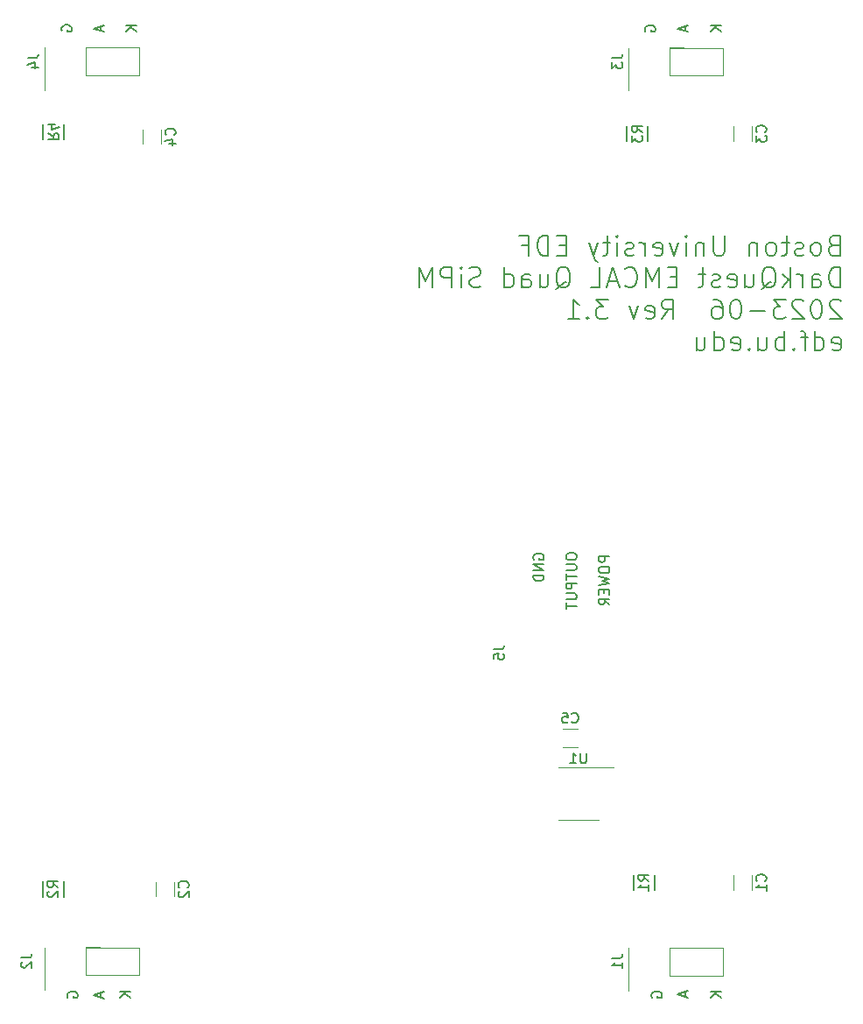
<source format=gbr>
%TF.GenerationSoftware,KiCad,Pcbnew,7.0.5-0*%
%TF.CreationDate,2023-06-12T12:21:11-04:00*%
%TF.ProjectId,quad_sipm,71756164-5f73-4697-906d-2e6b69636164,rev?*%
%TF.SameCoordinates,Original*%
%TF.FileFunction,Legend,Bot*%
%TF.FilePolarity,Positive*%
%FSLAX46Y46*%
G04 Gerber Fmt 4.6, Leading zero omitted, Abs format (unit mm)*
G04 Created by KiCad (PCBNEW 7.0.5-0) date 2023-06-12 12:21:11*
%MOMM*%
%LPD*%
G01*
G04 APERTURE LIST*
%ADD10C,0.150000*%
%ADD11C,0.203200*%
%ADD12C,0.120000*%
%ADD13C,0.152400*%
G04 APERTURE END LIST*
D10*
X124597438Y-53601904D02*
X124549819Y-53506666D01*
X124549819Y-53506666D02*
X124549819Y-53363809D01*
X124549819Y-53363809D02*
X124597438Y-53220952D01*
X124597438Y-53220952D02*
X124692676Y-53125714D01*
X124692676Y-53125714D02*
X124787914Y-53078095D01*
X124787914Y-53078095D02*
X124978390Y-53030476D01*
X124978390Y-53030476D02*
X125121247Y-53030476D01*
X125121247Y-53030476D02*
X125311723Y-53078095D01*
X125311723Y-53078095D02*
X125406961Y-53125714D01*
X125406961Y-53125714D02*
X125502200Y-53220952D01*
X125502200Y-53220952D02*
X125549819Y-53363809D01*
X125549819Y-53363809D02*
X125549819Y-53459047D01*
X125549819Y-53459047D02*
X125502200Y-53601904D01*
X125502200Y-53601904D02*
X125454580Y-53649523D01*
X125454580Y-53649523D02*
X125121247Y-53649523D01*
X125121247Y-53649523D02*
X125121247Y-53459047D01*
X131899819Y-53078095D02*
X130899819Y-53078095D01*
X131899819Y-53649523D02*
X131328390Y-53220952D01*
X130899819Y-53649523D02*
X131471247Y-53078095D01*
X128439104Y-53101905D02*
X128439104Y-53578095D01*
X128724819Y-53006667D02*
X127724819Y-53340000D01*
X127724819Y-53340000D02*
X128724819Y-53673333D01*
X68717438Y-146983220D02*
X68669819Y-146887982D01*
X68669819Y-146887982D02*
X68669819Y-146745125D01*
X68669819Y-146745125D02*
X68717438Y-146602268D01*
X68717438Y-146602268D02*
X68812676Y-146507030D01*
X68812676Y-146507030D02*
X68907914Y-146459411D01*
X68907914Y-146459411D02*
X69098390Y-146411792D01*
X69098390Y-146411792D02*
X69241247Y-146411792D01*
X69241247Y-146411792D02*
X69431723Y-146459411D01*
X69431723Y-146459411D02*
X69526961Y-146507030D01*
X69526961Y-146507030D02*
X69622200Y-146602268D01*
X69622200Y-146602268D02*
X69669819Y-146745125D01*
X69669819Y-146745125D02*
X69669819Y-146840363D01*
X69669819Y-146840363D02*
X69622200Y-146983220D01*
X69622200Y-146983220D02*
X69574580Y-147030839D01*
X69574580Y-147030839D02*
X69241247Y-147030839D01*
X69241247Y-147030839D02*
X69241247Y-146840363D01*
X71924104Y-146554649D02*
X71924104Y-147030839D01*
X72209819Y-146459411D02*
X71209819Y-146792744D01*
X71209819Y-146792744D02*
X72209819Y-147126077D01*
X75384819Y-53078095D02*
X74384819Y-53078095D01*
X75384819Y-53649523D02*
X74813390Y-53220952D01*
X74384819Y-53649523D02*
X74956247Y-53078095D01*
X116929819Y-104275238D02*
X116929819Y-104465714D01*
X116929819Y-104465714D02*
X116977438Y-104560952D01*
X116977438Y-104560952D02*
X117072676Y-104656190D01*
X117072676Y-104656190D02*
X117263152Y-104703809D01*
X117263152Y-104703809D02*
X117596485Y-104703809D01*
X117596485Y-104703809D02*
X117786961Y-104656190D01*
X117786961Y-104656190D02*
X117882200Y-104560952D01*
X117882200Y-104560952D02*
X117929819Y-104465714D01*
X117929819Y-104465714D02*
X117929819Y-104275238D01*
X117929819Y-104275238D02*
X117882200Y-104180000D01*
X117882200Y-104180000D02*
X117786961Y-104084762D01*
X117786961Y-104084762D02*
X117596485Y-104037143D01*
X117596485Y-104037143D02*
X117263152Y-104037143D01*
X117263152Y-104037143D02*
X117072676Y-104084762D01*
X117072676Y-104084762D02*
X116977438Y-104180000D01*
X116977438Y-104180000D02*
X116929819Y-104275238D01*
X116929819Y-105132381D02*
X117739342Y-105132381D01*
X117739342Y-105132381D02*
X117834580Y-105180000D01*
X117834580Y-105180000D02*
X117882200Y-105227619D01*
X117882200Y-105227619D02*
X117929819Y-105322857D01*
X117929819Y-105322857D02*
X117929819Y-105513333D01*
X117929819Y-105513333D02*
X117882200Y-105608571D01*
X117882200Y-105608571D02*
X117834580Y-105656190D01*
X117834580Y-105656190D02*
X117739342Y-105703809D01*
X117739342Y-105703809D02*
X116929819Y-105703809D01*
X116929819Y-106037143D02*
X116929819Y-106608571D01*
X117929819Y-106322857D02*
X116929819Y-106322857D01*
X117929819Y-106941905D02*
X116929819Y-106941905D01*
X116929819Y-106941905D02*
X116929819Y-107322857D01*
X116929819Y-107322857D02*
X116977438Y-107418095D01*
X116977438Y-107418095D02*
X117025057Y-107465714D01*
X117025057Y-107465714D02*
X117120295Y-107513333D01*
X117120295Y-107513333D02*
X117263152Y-107513333D01*
X117263152Y-107513333D02*
X117358390Y-107465714D01*
X117358390Y-107465714D02*
X117406009Y-107418095D01*
X117406009Y-107418095D02*
X117453628Y-107322857D01*
X117453628Y-107322857D02*
X117453628Y-106941905D01*
X116929819Y-107941905D02*
X117739342Y-107941905D01*
X117739342Y-107941905D02*
X117834580Y-107989524D01*
X117834580Y-107989524D02*
X117882200Y-108037143D01*
X117882200Y-108037143D02*
X117929819Y-108132381D01*
X117929819Y-108132381D02*
X117929819Y-108322857D01*
X117929819Y-108322857D02*
X117882200Y-108418095D01*
X117882200Y-108418095D02*
X117834580Y-108465714D01*
X117834580Y-108465714D02*
X117739342Y-108513333D01*
X117739342Y-108513333D02*
X116929819Y-108513333D01*
X116929819Y-108846667D02*
X116929819Y-109418095D01*
X117929819Y-109132381D02*
X116929819Y-109132381D01*
X71924104Y-53101905D02*
X71924104Y-53578095D01*
X72209819Y-53006667D02*
X71209819Y-53340000D01*
X71209819Y-53340000D02*
X72209819Y-53673333D01*
X74749819Y-146423095D02*
X73749819Y-146423095D01*
X74749819Y-146994523D02*
X74178390Y-146565952D01*
X73749819Y-146994523D02*
X74321247Y-146423095D01*
X128439104Y-146446905D02*
X128439104Y-146923095D01*
X128724819Y-146351667D02*
X127724819Y-146685000D01*
X127724819Y-146685000D02*
X128724819Y-147018333D01*
X125232438Y-146983220D02*
X125184819Y-146887982D01*
X125184819Y-146887982D02*
X125184819Y-146745125D01*
X125184819Y-146745125D02*
X125232438Y-146602268D01*
X125232438Y-146602268D02*
X125327676Y-146507030D01*
X125327676Y-146507030D02*
X125422914Y-146459411D01*
X125422914Y-146459411D02*
X125613390Y-146411792D01*
X125613390Y-146411792D02*
X125756247Y-146411792D01*
X125756247Y-146411792D02*
X125946723Y-146459411D01*
X125946723Y-146459411D02*
X126041961Y-146507030D01*
X126041961Y-146507030D02*
X126137200Y-146602268D01*
X126137200Y-146602268D02*
X126184819Y-146745125D01*
X126184819Y-146745125D02*
X126184819Y-146840363D01*
X126184819Y-146840363D02*
X126137200Y-146983220D01*
X126137200Y-146983220D02*
X126089580Y-147030839D01*
X126089580Y-147030839D02*
X125756247Y-147030839D01*
X125756247Y-147030839D02*
X125756247Y-146840363D01*
X121104819Y-104370476D02*
X120104819Y-104370476D01*
X120104819Y-104370476D02*
X120104819Y-104751428D01*
X120104819Y-104751428D02*
X120152438Y-104846666D01*
X120152438Y-104846666D02*
X120200057Y-104894285D01*
X120200057Y-104894285D02*
X120295295Y-104941904D01*
X120295295Y-104941904D02*
X120438152Y-104941904D01*
X120438152Y-104941904D02*
X120533390Y-104894285D01*
X120533390Y-104894285D02*
X120581009Y-104846666D01*
X120581009Y-104846666D02*
X120628628Y-104751428D01*
X120628628Y-104751428D02*
X120628628Y-104370476D01*
X120104819Y-105560952D02*
X120104819Y-105751428D01*
X120104819Y-105751428D02*
X120152438Y-105846666D01*
X120152438Y-105846666D02*
X120247676Y-105941904D01*
X120247676Y-105941904D02*
X120438152Y-105989523D01*
X120438152Y-105989523D02*
X120771485Y-105989523D01*
X120771485Y-105989523D02*
X120961961Y-105941904D01*
X120961961Y-105941904D02*
X121057200Y-105846666D01*
X121057200Y-105846666D02*
X121104819Y-105751428D01*
X121104819Y-105751428D02*
X121104819Y-105560952D01*
X121104819Y-105560952D02*
X121057200Y-105465714D01*
X121057200Y-105465714D02*
X120961961Y-105370476D01*
X120961961Y-105370476D02*
X120771485Y-105322857D01*
X120771485Y-105322857D02*
X120438152Y-105322857D01*
X120438152Y-105322857D02*
X120247676Y-105370476D01*
X120247676Y-105370476D02*
X120152438Y-105465714D01*
X120152438Y-105465714D02*
X120104819Y-105560952D01*
X120104819Y-106322857D02*
X121104819Y-106560952D01*
X121104819Y-106560952D02*
X120390533Y-106751428D01*
X120390533Y-106751428D02*
X121104819Y-106941904D01*
X121104819Y-106941904D02*
X120104819Y-107180000D01*
X120581009Y-107560952D02*
X120581009Y-107894285D01*
X121104819Y-108037142D02*
X121104819Y-107560952D01*
X121104819Y-107560952D02*
X120104819Y-107560952D01*
X120104819Y-107560952D02*
X120104819Y-108037142D01*
X121104819Y-109037142D02*
X120628628Y-108703809D01*
X121104819Y-108465714D02*
X120104819Y-108465714D01*
X120104819Y-108465714D02*
X120104819Y-108846666D01*
X120104819Y-108846666D02*
X120152438Y-108941904D01*
X120152438Y-108941904D02*
X120200057Y-108989523D01*
X120200057Y-108989523D02*
X120295295Y-109037142D01*
X120295295Y-109037142D02*
X120438152Y-109037142D01*
X120438152Y-109037142D02*
X120533390Y-108989523D01*
X120533390Y-108989523D02*
X120581009Y-108941904D01*
X120581009Y-108941904D02*
X120628628Y-108846666D01*
X120628628Y-108846666D02*
X120628628Y-108465714D01*
X131899819Y-146423095D02*
X130899819Y-146423095D01*
X131899819Y-146994523D02*
X131328390Y-146565952D01*
X130899819Y-146994523D02*
X131471247Y-146423095D01*
D11*
X142777744Y-74272290D02*
X142505601Y-74363004D01*
X142505601Y-74363004D02*
X142414887Y-74453718D01*
X142414887Y-74453718D02*
X142324173Y-74635147D01*
X142324173Y-74635147D02*
X142324173Y-74907290D01*
X142324173Y-74907290D02*
X142414887Y-75088718D01*
X142414887Y-75088718D02*
X142505601Y-75179433D01*
X142505601Y-75179433D02*
X142687030Y-75270147D01*
X142687030Y-75270147D02*
X143412744Y-75270147D01*
X143412744Y-75270147D02*
X143412744Y-73365147D01*
X143412744Y-73365147D02*
X142777744Y-73365147D01*
X142777744Y-73365147D02*
X142596316Y-73455861D01*
X142596316Y-73455861D02*
X142505601Y-73546575D01*
X142505601Y-73546575D02*
X142414887Y-73728004D01*
X142414887Y-73728004D02*
X142414887Y-73909433D01*
X142414887Y-73909433D02*
X142505601Y-74090861D01*
X142505601Y-74090861D02*
X142596316Y-74181575D01*
X142596316Y-74181575D02*
X142777744Y-74272290D01*
X142777744Y-74272290D02*
X143412744Y-74272290D01*
X141235601Y-75270147D02*
X141417030Y-75179433D01*
X141417030Y-75179433D02*
X141507744Y-75088718D01*
X141507744Y-75088718D02*
X141598458Y-74907290D01*
X141598458Y-74907290D02*
X141598458Y-74363004D01*
X141598458Y-74363004D02*
X141507744Y-74181575D01*
X141507744Y-74181575D02*
X141417030Y-74090861D01*
X141417030Y-74090861D02*
X141235601Y-74000147D01*
X141235601Y-74000147D02*
X140963458Y-74000147D01*
X140963458Y-74000147D02*
X140782030Y-74090861D01*
X140782030Y-74090861D02*
X140691316Y-74181575D01*
X140691316Y-74181575D02*
X140600601Y-74363004D01*
X140600601Y-74363004D02*
X140600601Y-74907290D01*
X140600601Y-74907290D02*
X140691316Y-75088718D01*
X140691316Y-75088718D02*
X140782030Y-75179433D01*
X140782030Y-75179433D02*
X140963458Y-75270147D01*
X140963458Y-75270147D02*
X141235601Y-75270147D01*
X139874887Y-75179433D02*
X139693459Y-75270147D01*
X139693459Y-75270147D02*
X139330602Y-75270147D01*
X139330602Y-75270147D02*
X139149173Y-75179433D01*
X139149173Y-75179433D02*
X139058459Y-74998004D01*
X139058459Y-74998004D02*
X139058459Y-74907290D01*
X139058459Y-74907290D02*
X139149173Y-74725861D01*
X139149173Y-74725861D02*
X139330602Y-74635147D01*
X139330602Y-74635147D02*
X139602745Y-74635147D01*
X139602745Y-74635147D02*
X139784173Y-74544433D01*
X139784173Y-74544433D02*
X139874887Y-74363004D01*
X139874887Y-74363004D02*
X139874887Y-74272290D01*
X139874887Y-74272290D02*
X139784173Y-74090861D01*
X139784173Y-74090861D02*
X139602745Y-74000147D01*
X139602745Y-74000147D02*
X139330602Y-74000147D01*
X139330602Y-74000147D02*
X139149173Y-74090861D01*
X138514173Y-74000147D02*
X137788459Y-74000147D01*
X138242030Y-73365147D02*
X138242030Y-74998004D01*
X138242030Y-74998004D02*
X138151316Y-75179433D01*
X138151316Y-75179433D02*
X137969887Y-75270147D01*
X137969887Y-75270147D02*
X137788459Y-75270147D01*
X136881316Y-75270147D02*
X137062745Y-75179433D01*
X137062745Y-75179433D02*
X137153459Y-75088718D01*
X137153459Y-75088718D02*
X137244173Y-74907290D01*
X137244173Y-74907290D02*
X137244173Y-74363004D01*
X137244173Y-74363004D02*
X137153459Y-74181575D01*
X137153459Y-74181575D02*
X137062745Y-74090861D01*
X137062745Y-74090861D02*
X136881316Y-74000147D01*
X136881316Y-74000147D02*
X136609173Y-74000147D01*
X136609173Y-74000147D02*
X136427745Y-74090861D01*
X136427745Y-74090861D02*
X136337031Y-74181575D01*
X136337031Y-74181575D02*
X136246316Y-74363004D01*
X136246316Y-74363004D02*
X136246316Y-74907290D01*
X136246316Y-74907290D02*
X136337031Y-75088718D01*
X136337031Y-75088718D02*
X136427745Y-75179433D01*
X136427745Y-75179433D02*
X136609173Y-75270147D01*
X136609173Y-75270147D02*
X136881316Y-75270147D01*
X135429888Y-74000147D02*
X135429888Y-75270147D01*
X135429888Y-74181575D02*
X135339174Y-74090861D01*
X135339174Y-74090861D02*
X135157745Y-74000147D01*
X135157745Y-74000147D02*
X134885602Y-74000147D01*
X134885602Y-74000147D02*
X134704174Y-74090861D01*
X134704174Y-74090861D02*
X134613460Y-74272290D01*
X134613460Y-74272290D02*
X134613460Y-75270147D01*
X132254888Y-73365147D02*
X132254888Y-74907290D01*
X132254888Y-74907290D02*
X132164174Y-75088718D01*
X132164174Y-75088718D02*
X132073460Y-75179433D01*
X132073460Y-75179433D02*
X131892031Y-75270147D01*
X131892031Y-75270147D02*
X131529174Y-75270147D01*
X131529174Y-75270147D02*
X131347745Y-75179433D01*
X131347745Y-75179433D02*
X131257031Y-75088718D01*
X131257031Y-75088718D02*
X131166317Y-74907290D01*
X131166317Y-74907290D02*
X131166317Y-73365147D01*
X130259174Y-74000147D02*
X130259174Y-75270147D01*
X130259174Y-74181575D02*
X130168460Y-74090861D01*
X130168460Y-74090861D02*
X129987031Y-74000147D01*
X129987031Y-74000147D02*
X129714888Y-74000147D01*
X129714888Y-74000147D02*
X129533460Y-74090861D01*
X129533460Y-74090861D02*
X129442746Y-74272290D01*
X129442746Y-74272290D02*
X129442746Y-75270147D01*
X128535603Y-75270147D02*
X128535603Y-74000147D01*
X128535603Y-73365147D02*
X128626317Y-73455861D01*
X128626317Y-73455861D02*
X128535603Y-73546575D01*
X128535603Y-73546575D02*
X128444889Y-73455861D01*
X128444889Y-73455861D02*
X128535603Y-73365147D01*
X128535603Y-73365147D02*
X128535603Y-73546575D01*
X127809889Y-74000147D02*
X127356317Y-75270147D01*
X127356317Y-75270147D02*
X126902746Y-74000147D01*
X125451317Y-75179433D02*
X125632745Y-75270147D01*
X125632745Y-75270147D02*
X125995603Y-75270147D01*
X125995603Y-75270147D02*
X126177031Y-75179433D01*
X126177031Y-75179433D02*
X126267745Y-74998004D01*
X126267745Y-74998004D02*
X126267745Y-74272290D01*
X126267745Y-74272290D02*
X126177031Y-74090861D01*
X126177031Y-74090861D02*
X125995603Y-74000147D01*
X125995603Y-74000147D02*
X125632745Y-74000147D01*
X125632745Y-74000147D02*
X125451317Y-74090861D01*
X125451317Y-74090861D02*
X125360603Y-74272290D01*
X125360603Y-74272290D02*
X125360603Y-74453718D01*
X125360603Y-74453718D02*
X126267745Y-74635147D01*
X124544174Y-75270147D02*
X124544174Y-74000147D01*
X124544174Y-74363004D02*
X124453460Y-74181575D01*
X124453460Y-74181575D02*
X124362746Y-74090861D01*
X124362746Y-74090861D02*
X124181317Y-74000147D01*
X124181317Y-74000147D02*
X123999888Y-74000147D01*
X123455602Y-75179433D02*
X123274174Y-75270147D01*
X123274174Y-75270147D02*
X122911317Y-75270147D01*
X122911317Y-75270147D02*
X122729888Y-75179433D01*
X122729888Y-75179433D02*
X122639174Y-74998004D01*
X122639174Y-74998004D02*
X122639174Y-74907290D01*
X122639174Y-74907290D02*
X122729888Y-74725861D01*
X122729888Y-74725861D02*
X122911317Y-74635147D01*
X122911317Y-74635147D02*
X123183460Y-74635147D01*
X123183460Y-74635147D02*
X123364888Y-74544433D01*
X123364888Y-74544433D02*
X123455602Y-74363004D01*
X123455602Y-74363004D02*
X123455602Y-74272290D01*
X123455602Y-74272290D02*
X123364888Y-74090861D01*
X123364888Y-74090861D02*
X123183460Y-74000147D01*
X123183460Y-74000147D02*
X122911317Y-74000147D01*
X122911317Y-74000147D02*
X122729888Y-74090861D01*
X121822745Y-75270147D02*
X121822745Y-74000147D01*
X121822745Y-73365147D02*
X121913459Y-73455861D01*
X121913459Y-73455861D02*
X121822745Y-73546575D01*
X121822745Y-73546575D02*
X121732031Y-73455861D01*
X121732031Y-73455861D02*
X121822745Y-73365147D01*
X121822745Y-73365147D02*
X121822745Y-73546575D01*
X121187745Y-74000147D02*
X120462031Y-74000147D01*
X120915602Y-73365147D02*
X120915602Y-74998004D01*
X120915602Y-74998004D02*
X120824888Y-75179433D01*
X120824888Y-75179433D02*
X120643459Y-75270147D01*
X120643459Y-75270147D02*
X120462031Y-75270147D01*
X120008460Y-74000147D02*
X119554888Y-75270147D01*
X119101317Y-74000147D02*
X119554888Y-75270147D01*
X119554888Y-75270147D02*
X119736317Y-75723718D01*
X119736317Y-75723718D02*
X119827031Y-75814433D01*
X119827031Y-75814433D02*
X120008460Y-75905147D01*
X116924173Y-74272290D02*
X116289173Y-74272290D01*
X116017030Y-75270147D02*
X116924173Y-75270147D01*
X116924173Y-75270147D02*
X116924173Y-73365147D01*
X116924173Y-73365147D02*
X116017030Y-73365147D01*
X115200602Y-75270147D02*
X115200602Y-73365147D01*
X115200602Y-73365147D02*
X114747031Y-73365147D01*
X114747031Y-73365147D02*
X114474888Y-73455861D01*
X114474888Y-73455861D02*
X114293459Y-73637290D01*
X114293459Y-73637290D02*
X114202745Y-73818718D01*
X114202745Y-73818718D02*
X114112031Y-74181575D01*
X114112031Y-74181575D02*
X114112031Y-74453718D01*
X114112031Y-74453718D02*
X114202745Y-74816575D01*
X114202745Y-74816575D02*
X114293459Y-74998004D01*
X114293459Y-74998004D02*
X114474888Y-75179433D01*
X114474888Y-75179433D02*
X114747031Y-75270147D01*
X114747031Y-75270147D02*
X115200602Y-75270147D01*
X112660602Y-74272290D02*
X113295602Y-74272290D01*
X113295602Y-75270147D02*
X113295602Y-73365147D01*
X113295602Y-73365147D02*
X112388459Y-73365147D01*
X143412744Y-78337197D02*
X143412744Y-76432197D01*
X143412744Y-76432197D02*
X142959173Y-76432197D01*
X142959173Y-76432197D02*
X142687030Y-76522911D01*
X142687030Y-76522911D02*
X142505601Y-76704340D01*
X142505601Y-76704340D02*
X142414887Y-76885768D01*
X142414887Y-76885768D02*
X142324173Y-77248625D01*
X142324173Y-77248625D02*
X142324173Y-77520768D01*
X142324173Y-77520768D02*
X142414887Y-77883625D01*
X142414887Y-77883625D02*
X142505601Y-78065054D01*
X142505601Y-78065054D02*
X142687030Y-78246483D01*
X142687030Y-78246483D02*
X142959173Y-78337197D01*
X142959173Y-78337197D02*
X143412744Y-78337197D01*
X140691316Y-78337197D02*
X140691316Y-77339340D01*
X140691316Y-77339340D02*
X140782030Y-77157911D01*
X140782030Y-77157911D02*
X140963458Y-77067197D01*
X140963458Y-77067197D02*
X141326316Y-77067197D01*
X141326316Y-77067197D02*
X141507744Y-77157911D01*
X140691316Y-78246483D02*
X140872744Y-78337197D01*
X140872744Y-78337197D02*
X141326316Y-78337197D01*
X141326316Y-78337197D02*
X141507744Y-78246483D01*
X141507744Y-78246483D02*
X141598458Y-78065054D01*
X141598458Y-78065054D02*
X141598458Y-77883625D01*
X141598458Y-77883625D02*
X141507744Y-77702197D01*
X141507744Y-77702197D02*
X141326316Y-77611483D01*
X141326316Y-77611483D02*
X140872744Y-77611483D01*
X140872744Y-77611483D02*
X140691316Y-77520768D01*
X139784173Y-78337197D02*
X139784173Y-77067197D01*
X139784173Y-77430054D02*
X139693459Y-77248625D01*
X139693459Y-77248625D02*
X139602745Y-77157911D01*
X139602745Y-77157911D02*
X139421316Y-77067197D01*
X139421316Y-77067197D02*
X139239887Y-77067197D01*
X138604887Y-78337197D02*
X138604887Y-76432197D01*
X138423459Y-77611483D02*
X137879173Y-78337197D01*
X137879173Y-77067197D02*
X138604887Y-77792911D01*
X135792744Y-78518625D02*
X135974173Y-78427911D01*
X135974173Y-78427911D02*
X136155601Y-78246483D01*
X136155601Y-78246483D02*
X136427744Y-77974340D01*
X136427744Y-77974340D02*
X136609173Y-77883625D01*
X136609173Y-77883625D02*
X136790601Y-77883625D01*
X136699887Y-78337197D02*
X136881316Y-78246483D01*
X136881316Y-78246483D02*
X137062744Y-78065054D01*
X137062744Y-78065054D02*
X137153458Y-77702197D01*
X137153458Y-77702197D02*
X137153458Y-77067197D01*
X137153458Y-77067197D02*
X137062744Y-76704340D01*
X137062744Y-76704340D02*
X136881316Y-76522911D01*
X136881316Y-76522911D02*
X136699887Y-76432197D01*
X136699887Y-76432197D02*
X136337030Y-76432197D01*
X136337030Y-76432197D02*
X136155601Y-76522911D01*
X136155601Y-76522911D02*
X135974173Y-76704340D01*
X135974173Y-76704340D02*
X135883458Y-77067197D01*
X135883458Y-77067197D02*
X135883458Y-77702197D01*
X135883458Y-77702197D02*
X135974173Y-78065054D01*
X135974173Y-78065054D02*
X136155601Y-78246483D01*
X136155601Y-78246483D02*
X136337030Y-78337197D01*
X136337030Y-78337197D02*
X136699887Y-78337197D01*
X134250602Y-77067197D02*
X134250602Y-78337197D01*
X135067030Y-77067197D02*
X135067030Y-78065054D01*
X135067030Y-78065054D02*
X134976316Y-78246483D01*
X134976316Y-78246483D02*
X134794887Y-78337197D01*
X134794887Y-78337197D02*
X134522744Y-78337197D01*
X134522744Y-78337197D02*
X134341316Y-78246483D01*
X134341316Y-78246483D02*
X134250602Y-78155768D01*
X132617745Y-78246483D02*
X132799173Y-78337197D01*
X132799173Y-78337197D02*
X133162031Y-78337197D01*
X133162031Y-78337197D02*
X133343459Y-78246483D01*
X133343459Y-78246483D02*
X133434173Y-78065054D01*
X133434173Y-78065054D02*
X133434173Y-77339340D01*
X133434173Y-77339340D02*
X133343459Y-77157911D01*
X133343459Y-77157911D02*
X133162031Y-77067197D01*
X133162031Y-77067197D02*
X132799173Y-77067197D01*
X132799173Y-77067197D02*
X132617745Y-77157911D01*
X132617745Y-77157911D02*
X132527031Y-77339340D01*
X132527031Y-77339340D02*
X132527031Y-77520768D01*
X132527031Y-77520768D02*
X133434173Y-77702197D01*
X131801316Y-78246483D02*
X131619888Y-78337197D01*
X131619888Y-78337197D02*
X131257031Y-78337197D01*
X131257031Y-78337197D02*
X131075602Y-78246483D01*
X131075602Y-78246483D02*
X130984888Y-78065054D01*
X130984888Y-78065054D02*
X130984888Y-77974340D01*
X130984888Y-77974340D02*
X131075602Y-77792911D01*
X131075602Y-77792911D02*
X131257031Y-77702197D01*
X131257031Y-77702197D02*
X131529174Y-77702197D01*
X131529174Y-77702197D02*
X131710602Y-77611483D01*
X131710602Y-77611483D02*
X131801316Y-77430054D01*
X131801316Y-77430054D02*
X131801316Y-77339340D01*
X131801316Y-77339340D02*
X131710602Y-77157911D01*
X131710602Y-77157911D02*
X131529174Y-77067197D01*
X131529174Y-77067197D02*
X131257031Y-77067197D01*
X131257031Y-77067197D02*
X131075602Y-77157911D01*
X130440602Y-77067197D02*
X129714888Y-77067197D01*
X130168459Y-76432197D02*
X130168459Y-78065054D01*
X130168459Y-78065054D02*
X130077745Y-78246483D01*
X130077745Y-78246483D02*
X129896316Y-78337197D01*
X129896316Y-78337197D02*
X129714888Y-78337197D01*
X127628459Y-77339340D02*
X126993459Y-77339340D01*
X126721316Y-78337197D02*
X127628459Y-78337197D01*
X127628459Y-78337197D02*
X127628459Y-76432197D01*
X127628459Y-76432197D02*
X126721316Y-76432197D01*
X125904888Y-78337197D02*
X125904888Y-76432197D01*
X125904888Y-76432197D02*
X125269888Y-77792911D01*
X125269888Y-77792911D02*
X124634888Y-76432197D01*
X124634888Y-76432197D02*
X124634888Y-78337197D01*
X122639174Y-78155768D02*
X122729888Y-78246483D01*
X122729888Y-78246483D02*
X123002031Y-78337197D01*
X123002031Y-78337197D02*
X123183459Y-78337197D01*
X123183459Y-78337197D02*
X123455602Y-78246483D01*
X123455602Y-78246483D02*
X123637031Y-78065054D01*
X123637031Y-78065054D02*
X123727745Y-77883625D01*
X123727745Y-77883625D02*
X123818459Y-77520768D01*
X123818459Y-77520768D02*
X123818459Y-77248625D01*
X123818459Y-77248625D02*
X123727745Y-76885768D01*
X123727745Y-76885768D02*
X123637031Y-76704340D01*
X123637031Y-76704340D02*
X123455602Y-76522911D01*
X123455602Y-76522911D02*
X123183459Y-76432197D01*
X123183459Y-76432197D02*
X123002031Y-76432197D01*
X123002031Y-76432197D02*
X122729888Y-76522911D01*
X122729888Y-76522911D02*
X122639174Y-76613625D01*
X121913459Y-77792911D02*
X121006317Y-77792911D01*
X122094888Y-78337197D02*
X121459888Y-76432197D01*
X121459888Y-76432197D02*
X120824888Y-78337197D01*
X119282745Y-78337197D02*
X120189888Y-78337197D01*
X120189888Y-78337197D02*
X120189888Y-76432197D01*
X115926316Y-78518625D02*
X116107745Y-78427911D01*
X116107745Y-78427911D02*
X116289173Y-78246483D01*
X116289173Y-78246483D02*
X116561316Y-77974340D01*
X116561316Y-77974340D02*
X116742745Y-77883625D01*
X116742745Y-77883625D02*
X116924173Y-77883625D01*
X116833459Y-78337197D02*
X117014888Y-78246483D01*
X117014888Y-78246483D02*
X117196316Y-78065054D01*
X117196316Y-78065054D02*
X117287030Y-77702197D01*
X117287030Y-77702197D02*
X117287030Y-77067197D01*
X117287030Y-77067197D02*
X117196316Y-76704340D01*
X117196316Y-76704340D02*
X117014888Y-76522911D01*
X117014888Y-76522911D02*
X116833459Y-76432197D01*
X116833459Y-76432197D02*
X116470602Y-76432197D01*
X116470602Y-76432197D02*
X116289173Y-76522911D01*
X116289173Y-76522911D02*
X116107745Y-76704340D01*
X116107745Y-76704340D02*
X116017030Y-77067197D01*
X116017030Y-77067197D02*
X116017030Y-77702197D01*
X116017030Y-77702197D02*
X116107745Y-78065054D01*
X116107745Y-78065054D02*
X116289173Y-78246483D01*
X116289173Y-78246483D02*
X116470602Y-78337197D01*
X116470602Y-78337197D02*
X116833459Y-78337197D01*
X114384174Y-77067197D02*
X114384174Y-78337197D01*
X115200602Y-77067197D02*
X115200602Y-78065054D01*
X115200602Y-78065054D02*
X115109888Y-78246483D01*
X115109888Y-78246483D02*
X114928459Y-78337197D01*
X114928459Y-78337197D02*
X114656316Y-78337197D01*
X114656316Y-78337197D02*
X114474888Y-78246483D01*
X114474888Y-78246483D02*
X114384174Y-78155768D01*
X112660603Y-78337197D02*
X112660603Y-77339340D01*
X112660603Y-77339340D02*
X112751317Y-77157911D01*
X112751317Y-77157911D02*
X112932745Y-77067197D01*
X112932745Y-77067197D02*
X113295603Y-77067197D01*
X113295603Y-77067197D02*
X113477031Y-77157911D01*
X112660603Y-78246483D02*
X112842031Y-78337197D01*
X112842031Y-78337197D02*
X113295603Y-78337197D01*
X113295603Y-78337197D02*
X113477031Y-78246483D01*
X113477031Y-78246483D02*
X113567745Y-78065054D01*
X113567745Y-78065054D02*
X113567745Y-77883625D01*
X113567745Y-77883625D02*
X113477031Y-77702197D01*
X113477031Y-77702197D02*
X113295603Y-77611483D01*
X113295603Y-77611483D02*
X112842031Y-77611483D01*
X112842031Y-77611483D02*
X112660603Y-77520768D01*
X110937032Y-78337197D02*
X110937032Y-76432197D01*
X110937032Y-78246483D02*
X111118460Y-78337197D01*
X111118460Y-78337197D02*
X111481317Y-78337197D01*
X111481317Y-78337197D02*
X111662746Y-78246483D01*
X111662746Y-78246483D02*
X111753460Y-78155768D01*
X111753460Y-78155768D02*
X111844174Y-77974340D01*
X111844174Y-77974340D02*
X111844174Y-77430054D01*
X111844174Y-77430054D02*
X111753460Y-77248625D01*
X111753460Y-77248625D02*
X111662746Y-77157911D01*
X111662746Y-77157911D02*
X111481317Y-77067197D01*
X111481317Y-77067197D02*
X111118460Y-77067197D01*
X111118460Y-77067197D02*
X110937032Y-77157911D01*
X108669174Y-78246483D02*
X108397032Y-78337197D01*
X108397032Y-78337197D02*
X107943460Y-78337197D01*
X107943460Y-78337197D02*
X107762032Y-78246483D01*
X107762032Y-78246483D02*
X107671317Y-78155768D01*
X107671317Y-78155768D02*
X107580603Y-77974340D01*
X107580603Y-77974340D02*
X107580603Y-77792911D01*
X107580603Y-77792911D02*
X107671317Y-77611483D01*
X107671317Y-77611483D02*
X107762032Y-77520768D01*
X107762032Y-77520768D02*
X107943460Y-77430054D01*
X107943460Y-77430054D02*
X108306317Y-77339340D01*
X108306317Y-77339340D02*
X108487746Y-77248625D01*
X108487746Y-77248625D02*
X108578460Y-77157911D01*
X108578460Y-77157911D02*
X108669174Y-76976483D01*
X108669174Y-76976483D02*
X108669174Y-76795054D01*
X108669174Y-76795054D02*
X108578460Y-76613625D01*
X108578460Y-76613625D02*
X108487746Y-76522911D01*
X108487746Y-76522911D02*
X108306317Y-76432197D01*
X108306317Y-76432197D02*
X107852746Y-76432197D01*
X107852746Y-76432197D02*
X107580603Y-76522911D01*
X106764174Y-78337197D02*
X106764174Y-77067197D01*
X106764174Y-76432197D02*
X106854888Y-76522911D01*
X106854888Y-76522911D02*
X106764174Y-76613625D01*
X106764174Y-76613625D02*
X106673460Y-76522911D01*
X106673460Y-76522911D02*
X106764174Y-76432197D01*
X106764174Y-76432197D02*
X106764174Y-76613625D01*
X105857031Y-78337197D02*
X105857031Y-76432197D01*
X105857031Y-76432197D02*
X105131317Y-76432197D01*
X105131317Y-76432197D02*
X104949888Y-76522911D01*
X104949888Y-76522911D02*
X104859174Y-76613625D01*
X104859174Y-76613625D02*
X104768460Y-76795054D01*
X104768460Y-76795054D02*
X104768460Y-77067197D01*
X104768460Y-77067197D02*
X104859174Y-77248625D01*
X104859174Y-77248625D02*
X104949888Y-77339340D01*
X104949888Y-77339340D02*
X105131317Y-77430054D01*
X105131317Y-77430054D02*
X105857031Y-77430054D01*
X103952031Y-78337197D02*
X103952031Y-76432197D01*
X103952031Y-76432197D02*
X103317031Y-77792911D01*
X103317031Y-77792911D02*
X102682031Y-76432197D01*
X102682031Y-76432197D02*
X102682031Y-78337197D01*
X143503458Y-79680675D02*
X143412744Y-79589961D01*
X143412744Y-79589961D02*
X143231316Y-79499247D01*
X143231316Y-79499247D02*
X142777744Y-79499247D01*
X142777744Y-79499247D02*
X142596316Y-79589961D01*
X142596316Y-79589961D02*
X142505601Y-79680675D01*
X142505601Y-79680675D02*
X142414887Y-79862104D01*
X142414887Y-79862104D02*
X142414887Y-80043533D01*
X142414887Y-80043533D02*
X142505601Y-80315675D01*
X142505601Y-80315675D02*
X143594173Y-81404247D01*
X143594173Y-81404247D02*
X142414887Y-81404247D01*
X141235601Y-79499247D02*
X141054172Y-79499247D01*
X141054172Y-79499247D02*
X140872744Y-79589961D01*
X140872744Y-79589961D02*
X140782030Y-79680675D01*
X140782030Y-79680675D02*
X140691315Y-79862104D01*
X140691315Y-79862104D02*
X140600601Y-80224961D01*
X140600601Y-80224961D02*
X140600601Y-80678533D01*
X140600601Y-80678533D02*
X140691315Y-81041390D01*
X140691315Y-81041390D02*
X140782030Y-81222818D01*
X140782030Y-81222818D02*
X140872744Y-81313533D01*
X140872744Y-81313533D02*
X141054172Y-81404247D01*
X141054172Y-81404247D02*
X141235601Y-81404247D01*
X141235601Y-81404247D02*
X141417030Y-81313533D01*
X141417030Y-81313533D02*
X141507744Y-81222818D01*
X141507744Y-81222818D02*
X141598458Y-81041390D01*
X141598458Y-81041390D02*
X141689172Y-80678533D01*
X141689172Y-80678533D02*
X141689172Y-80224961D01*
X141689172Y-80224961D02*
X141598458Y-79862104D01*
X141598458Y-79862104D02*
X141507744Y-79680675D01*
X141507744Y-79680675D02*
X141417030Y-79589961D01*
X141417030Y-79589961D02*
X141235601Y-79499247D01*
X139874886Y-79680675D02*
X139784172Y-79589961D01*
X139784172Y-79589961D02*
X139602744Y-79499247D01*
X139602744Y-79499247D02*
X139149172Y-79499247D01*
X139149172Y-79499247D02*
X138967744Y-79589961D01*
X138967744Y-79589961D02*
X138877029Y-79680675D01*
X138877029Y-79680675D02*
X138786315Y-79862104D01*
X138786315Y-79862104D02*
X138786315Y-80043533D01*
X138786315Y-80043533D02*
X138877029Y-80315675D01*
X138877029Y-80315675D02*
X139965601Y-81404247D01*
X139965601Y-81404247D02*
X138786315Y-81404247D01*
X138151315Y-79499247D02*
X136972029Y-79499247D01*
X136972029Y-79499247D02*
X137607029Y-80224961D01*
X137607029Y-80224961D02*
X137334886Y-80224961D01*
X137334886Y-80224961D02*
X137153458Y-80315675D01*
X137153458Y-80315675D02*
X137062743Y-80406390D01*
X137062743Y-80406390D02*
X136972029Y-80587818D01*
X136972029Y-80587818D02*
X136972029Y-81041390D01*
X136972029Y-81041390D02*
X137062743Y-81222818D01*
X137062743Y-81222818D02*
X137153458Y-81313533D01*
X137153458Y-81313533D02*
X137334886Y-81404247D01*
X137334886Y-81404247D02*
X137879172Y-81404247D01*
X137879172Y-81404247D02*
X138060600Y-81313533D01*
X138060600Y-81313533D02*
X138151315Y-81222818D01*
X136155600Y-80678533D02*
X134704172Y-80678533D01*
X133434172Y-79499247D02*
X133252743Y-79499247D01*
X133252743Y-79499247D02*
X133071315Y-79589961D01*
X133071315Y-79589961D02*
X132980601Y-79680675D01*
X132980601Y-79680675D02*
X132889886Y-79862104D01*
X132889886Y-79862104D02*
X132799172Y-80224961D01*
X132799172Y-80224961D02*
X132799172Y-80678533D01*
X132799172Y-80678533D02*
X132889886Y-81041390D01*
X132889886Y-81041390D02*
X132980601Y-81222818D01*
X132980601Y-81222818D02*
X133071315Y-81313533D01*
X133071315Y-81313533D02*
X133252743Y-81404247D01*
X133252743Y-81404247D02*
X133434172Y-81404247D01*
X133434172Y-81404247D02*
X133615601Y-81313533D01*
X133615601Y-81313533D02*
X133706315Y-81222818D01*
X133706315Y-81222818D02*
X133797029Y-81041390D01*
X133797029Y-81041390D02*
X133887743Y-80678533D01*
X133887743Y-80678533D02*
X133887743Y-80224961D01*
X133887743Y-80224961D02*
X133797029Y-79862104D01*
X133797029Y-79862104D02*
X133706315Y-79680675D01*
X133706315Y-79680675D02*
X133615601Y-79589961D01*
X133615601Y-79589961D02*
X133434172Y-79499247D01*
X131166315Y-79499247D02*
X131529172Y-79499247D01*
X131529172Y-79499247D02*
X131710600Y-79589961D01*
X131710600Y-79589961D02*
X131801315Y-79680675D01*
X131801315Y-79680675D02*
X131982743Y-79952818D01*
X131982743Y-79952818D02*
X132073457Y-80315675D01*
X132073457Y-80315675D02*
X132073457Y-81041390D01*
X132073457Y-81041390D02*
X131982743Y-81222818D01*
X131982743Y-81222818D02*
X131892029Y-81313533D01*
X131892029Y-81313533D02*
X131710600Y-81404247D01*
X131710600Y-81404247D02*
X131347743Y-81404247D01*
X131347743Y-81404247D02*
X131166315Y-81313533D01*
X131166315Y-81313533D02*
X131075600Y-81222818D01*
X131075600Y-81222818D02*
X130984886Y-81041390D01*
X130984886Y-81041390D02*
X130984886Y-80587818D01*
X130984886Y-80587818D02*
X131075600Y-80406390D01*
X131075600Y-80406390D02*
X131166315Y-80315675D01*
X131166315Y-80315675D02*
X131347743Y-80224961D01*
X131347743Y-80224961D02*
X131710600Y-80224961D01*
X131710600Y-80224961D02*
X131892029Y-80315675D01*
X131892029Y-80315675D02*
X131982743Y-80406390D01*
X131982743Y-80406390D02*
X132073457Y-80587818D01*
X126177028Y-81404247D02*
X126812028Y-80497104D01*
X127265599Y-81404247D02*
X127265599Y-79499247D01*
X127265599Y-79499247D02*
X126539885Y-79499247D01*
X126539885Y-79499247D02*
X126358456Y-79589961D01*
X126358456Y-79589961D02*
X126267742Y-79680675D01*
X126267742Y-79680675D02*
X126177028Y-79862104D01*
X126177028Y-79862104D02*
X126177028Y-80134247D01*
X126177028Y-80134247D02*
X126267742Y-80315675D01*
X126267742Y-80315675D02*
X126358456Y-80406390D01*
X126358456Y-80406390D02*
X126539885Y-80497104D01*
X126539885Y-80497104D02*
X127265599Y-80497104D01*
X124634885Y-81313533D02*
X124816313Y-81404247D01*
X124816313Y-81404247D02*
X125179171Y-81404247D01*
X125179171Y-81404247D02*
X125360599Y-81313533D01*
X125360599Y-81313533D02*
X125451313Y-81132104D01*
X125451313Y-81132104D02*
X125451313Y-80406390D01*
X125451313Y-80406390D02*
X125360599Y-80224961D01*
X125360599Y-80224961D02*
X125179171Y-80134247D01*
X125179171Y-80134247D02*
X124816313Y-80134247D01*
X124816313Y-80134247D02*
X124634885Y-80224961D01*
X124634885Y-80224961D02*
X124544171Y-80406390D01*
X124544171Y-80406390D02*
X124544171Y-80587818D01*
X124544171Y-80587818D02*
X125451313Y-80769247D01*
X123909171Y-80134247D02*
X123455599Y-81404247D01*
X123455599Y-81404247D02*
X123002028Y-80134247D01*
X121006313Y-79499247D02*
X119827027Y-79499247D01*
X119827027Y-79499247D02*
X120462027Y-80224961D01*
X120462027Y-80224961D02*
X120189884Y-80224961D01*
X120189884Y-80224961D02*
X120008456Y-80315675D01*
X120008456Y-80315675D02*
X119917741Y-80406390D01*
X119917741Y-80406390D02*
X119827027Y-80587818D01*
X119827027Y-80587818D02*
X119827027Y-81041390D01*
X119827027Y-81041390D02*
X119917741Y-81222818D01*
X119917741Y-81222818D02*
X120008456Y-81313533D01*
X120008456Y-81313533D02*
X120189884Y-81404247D01*
X120189884Y-81404247D02*
X120734170Y-81404247D01*
X120734170Y-81404247D02*
X120915598Y-81313533D01*
X120915598Y-81313533D02*
X121006313Y-81222818D01*
X119010598Y-81222818D02*
X118919884Y-81313533D01*
X118919884Y-81313533D02*
X119010598Y-81404247D01*
X119010598Y-81404247D02*
X119101312Y-81313533D01*
X119101312Y-81313533D02*
X119010598Y-81222818D01*
X119010598Y-81222818D02*
X119010598Y-81404247D01*
X117105598Y-81404247D02*
X118194169Y-81404247D01*
X117649884Y-81404247D02*
X117649884Y-79499247D01*
X117649884Y-79499247D02*
X117831312Y-79771390D01*
X117831312Y-79771390D02*
X118012741Y-79952818D01*
X118012741Y-79952818D02*
X118194169Y-80043533D01*
X142687030Y-84380583D02*
X142868458Y-84471297D01*
X142868458Y-84471297D02*
X143231316Y-84471297D01*
X143231316Y-84471297D02*
X143412744Y-84380583D01*
X143412744Y-84380583D02*
X143503458Y-84199154D01*
X143503458Y-84199154D02*
X143503458Y-83473440D01*
X143503458Y-83473440D02*
X143412744Y-83292011D01*
X143412744Y-83292011D02*
X143231316Y-83201297D01*
X143231316Y-83201297D02*
X142868458Y-83201297D01*
X142868458Y-83201297D02*
X142687030Y-83292011D01*
X142687030Y-83292011D02*
X142596316Y-83473440D01*
X142596316Y-83473440D02*
X142596316Y-83654868D01*
X142596316Y-83654868D02*
X143503458Y-83836297D01*
X140963459Y-84471297D02*
X140963459Y-82566297D01*
X140963459Y-84380583D02*
X141144887Y-84471297D01*
X141144887Y-84471297D02*
X141507744Y-84471297D01*
X141507744Y-84471297D02*
X141689173Y-84380583D01*
X141689173Y-84380583D02*
X141779887Y-84289868D01*
X141779887Y-84289868D02*
X141870601Y-84108440D01*
X141870601Y-84108440D02*
X141870601Y-83564154D01*
X141870601Y-83564154D02*
X141779887Y-83382725D01*
X141779887Y-83382725D02*
X141689173Y-83292011D01*
X141689173Y-83292011D02*
X141507744Y-83201297D01*
X141507744Y-83201297D02*
X141144887Y-83201297D01*
X141144887Y-83201297D02*
X140963459Y-83292011D01*
X140328459Y-83201297D02*
X139602745Y-83201297D01*
X140056316Y-84471297D02*
X140056316Y-82838440D01*
X140056316Y-82838440D02*
X139965602Y-82657011D01*
X139965602Y-82657011D02*
X139784173Y-82566297D01*
X139784173Y-82566297D02*
X139602745Y-82566297D01*
X138967745Y-84289868D02*
X138877031Y-84380583D01*
X138877031Y-84380583D02*
X138967745Y-84471297D01*
X138967745Y-84471297D02*
X139058459Y-84380583D01*
X139058459Y-84380583D02*
X138967745Y-84289868D01*
X138967745Y-84289868D02*
X138967745Y-84471297D01*
X138060602Y-84471297D02*
X138060602Y-82566297D01*
X138060602Y-83292011D02*
X137879174Y-83201297D01*
X137879174Y-83201297D02*
X137516316Y-83201297D01*
X137516316Y-83201297D02*
X137334888Y-83292011D01*
X137334888Y-83292011D02*
X137244174Y-83382725D01*
X137244174Y-83382725D02*
X137153459Y-83564154D01*
X137153459Y-83564154D02*
X137153459Y-84108440D01*
X137153459Y-84108440D02*
X137244174Y-84289868D01*
X137244174Y-84289868D02*
X137334888Y-84380583D01*
X137334888Y-84380583D02*
X137516316Y-84471297D01*
X137516316Y-84471297D02*
X137879174Y-84471297D01*
X137879174Y-84471297D02*
X138060602Y-84380583D01*
X135520603Y-83201297D02*
X135520603Y-84471297D01*
X136337031Y-83201297D02*
X136337031Y-84199154D01*
X136337031Y-84199154D02*
X136246317Y-84380583D01*
X136246317Y-84380583D02*
X136064888Y-84471297D01*
X136064888Y-84471297D02*
X135792745Y-84471297D01*
X135792745Y-84471297D02*
X135611317Y-84380583D01*
X135611317Y-84380583D02*
X135520603Y-84289868D01*
X134613460Y-84289868D02*
X134522746Y-84380583D01*
X134522746Y-84380583D02*
X134613460Y-84471297D01*
X134613460Y-84471297D02*
X134704174Y-84380583D01*
X134704174Y-84380583D02*
X134613460Y-84289868D01*
X134613460Y-84289868D02*
X134613460Y-84471297D01*
X132980603Y-84380583D02*
X133162031Y-84471297D01*
X133162031Y-84471297D02*
X133524889Y-84471297D01*
X133524889Y-84471297D02*
X133706317Y-84380583D01*
X133706317Y-84380583D02*
X133797031Y-84199154D01*
X133797031Y-84199154D02*
X133797031Y-83473440D01*
X133797031Y-83473440D02*
X133706317Y-83292011D01*
X133706317Y-83292011D02*
X133524889Y-83201297D01*
X133524889Y-83201297D02*
X133162031Y-83201297D01*
X133162031Y-83201297D02*
X132980603Y-83292011D01*
X132980603Y-83292011D02*
X132889889Y-83473440D01*
X132889889Y-83473440D02*
X132889889Y-83654868D01*
X132889889Y-83654868D02*
X133797031Y-83836297D01*
X131257032Y-84471297D02*
X131257032Y-82566297D01*
X131257032Y-84380583D02*
X131438460Y-84471297D01*
X131438460Y-84471297D02*
X131801317Y-84471297D01*
X131801317Y-84471297D02*
X131982746Y-84380583D01*
X131982746Y-84380583D02*
X132073460Y-84289868D01*
X132073460Y-84289868D02*
X132164174Y-84108440D01*
X132164174Y-84108440D02*
X132164174Y-83564154D01*
X132164174Y-83564154D02*
X132073460Y-83382725D01*
X132073460Y-83382725D02*
X131982746Y-83292011D01*
X131982746Y-83292011D02*
X131801317Y-83201297D01*
X131801317Y-83201297D02*
X131438460Y-83201297D01*
X131438460Y-83201297D02*
X131257032Y-83292011D01*
X129533461Y-83201297D02*
X129533461Y-84471297D01*
X130349889Y-83201297D02*
X130349889Y-84199154D01*
X130349889Y-84199154D02*
X130259175Y-84380583D01*
X130259175Y-84380583D02*
X130077746Y-84471297D01*
X130077746Y-84471297D02*
X129805603Y-84471297D01*
X129805603Y-84471297D02*
X129624175Y-84380583D01*
X129624175Y-84380583D02*
X129533461Y-84289868D01*
D10*
X113802438Y-104648095D02*
X113754819Y-104552857D01*
X113754819Y-104552857D02*
X113754819Y-104410000D01*
X113754819Y-104410000D02*
X113802438Y-104267143D01*
X113802438Y-104267143D02*
X113897676Y-104171905D01*
X113897676Y-104171905D02*
X113992914Y-104124286D01*
X113992914Y-104124286D02*
X114183390Y-104076667D01*
X114183390Y-104076667D02*
X114326247Y-104076667D01*
X114326247Y-104076667D02*
X114516723Y-104124286D01*
X114516723Y-104124286D02*
X114611961Y-104171905D01*
X114611961Y-104171905D02*
X114707200Y-104267143D01*
X114707200Y-104267143D02*
X114754819Y-104410000D01*
X114754819Y-104410000D02*
X114754819Y-104505238D01*
X114754819Y-104505238D02*
X114707200Y-104648095D01*
X114707200Y-104648095D02*
X114659580Y-104695714D01*
X114659580Y-104695714D02*
X114326247Y-104695714D01*
X114326247Y-104695714D02*
X114326247Y-104505238D01*
X114754819Y-105124286D02*
X113754819Y-105124286D01*
X113754819Y-105124286D02*
X114754819Y-105695714D01*
X114754819Y-105695714D02*
X113754819Y-105695714D01*
X114754819Y-106171905D02*
X113754819Y-106171905D01*
X113754819Y-106171905D02*
X113754819Y-106410000D01*
X113754819Y-106410000D02*
X113802438Y-106552857D01*
X113802438Y-106552857D02*
X113897676Y-106648095D01*
X113897676Y-106648095D02*
X113992914Y-106695714D01*
X113992914Y-106695714D02*
X114183390Y-106743333D01*
X114183390Y-106743333D02*
X114326247Y-106743333D01*
X114326247Y-106743333D02*
X114516723Y-106695714D01*
X114516723Y-106695714D02*
X114611961Y-106648095D01*
X114611961Y-106648095D02*
X114707200Y-106552857D01*
X114707200Y-106552857D02*
X114754819Y-106410000D01*
X114754819Y-106410000D02*
X114754819Y-106171905D01*
X68162438Y-53565588D02*
X68114819Y-53470350D01*
X68114819Y-53470350D02*
X68114819Y-53327493D01*
X68114819Y-53327493D02*
X68162438Y-53184636D01*
X68162438Y-53184636D02*
X68257676Y-53089398D01*
X68257676Y-53089398D02*
X68352914Y-53041779D01*
X68352914Y-53041779D02*
X68543390Y-52994160D01*
X68543390Y-52994160D02*
X68686247Y-52994160D01*
X68686247Y-52994160D02*
X68876723Y-53041779D01*
X68876723Y-53041779D02*
X68971961Y-53089398D01*
X68971961Y-53089398D02*
X69067200Y-53184636D01*
X69067200Y-53184636D02*
X69114819Y-53327493D01*
X69114819Y-53327493D02*
X69114819Y-53422731D01*
X69114819Y-53422731D02*
X69067200Y-53565588D01*
X69067200Y-53565588D02*
X69019580Y-53613207D01*
X69019580Y-53613207D02*
X68686247Y-53613207D01*
X68686247Y-53613207D02*
X68686247Y-53422731D01*
%TO.C,J5*%
X109914819Y-113341666D02*
X110629104Y-113341666D01*
X110629104Y-113341666D02*
X110771961Y-113294047D01*
X110771961Y-113294047D02*
X110867200Y-113198809D01*
X110867200Y-113198809D02*
X110914819Y-113055952D01*
X110914819Y-113055952D02*
X110914819Y-112960714D01*
X109914819Y-114294047D02*
X109914819Y-113817857D01*
X109914819Y-113817857D02*
X110391009Y-113770238D01*
X110391009Y-113770238D02*
X110343390Y-113817857D01*
X110343390Y-113817857D02*
X110295771Y-113913095D01*
X110295771Y-113913095D02*
X110295771Y-114151190D01*
X110295771Y-114151190D02*
X110343390Y-114246428D01*
X110343390Y-114246428D02*
X110391009Y-114294047D01*
X110391009Y-114294047D02*
X110486247Y-114341666D01*
X110486247Y-114341666D02*
X110724342Y-114341666D01*
X110724342Y-114341666D02*
X110819580Y-114294047D01*
X110819580Y-114294047D02*
X110867200Y-114246428D01*
X110867200Y-114246428D02*
X110914819Y-114151190D01*
X110914819Y-114151190D02*
X110914819Y-113913095D01*
X110914819Y-113913095D02*
X110867200Y-113817857D01*
X110867200Y-113817857D02*
X110819580Y-113770238D01*
%TO.C,J1*%
X121374819Y-143176666D02*
X122089104Y-143176666D01*
X122089104Y-143176666D02*
X122231961Y-143129047D01*
X122231961Y-143129047D02*
X122327200Y-143033809D01*
X122327200Y-143033809D02*
X122374819Y-142890952D01*
X122374819Y-142890952D02*
X122374819Y-142795714D01*
X122374819Y-144176666D02*
X122374819Y-143605238D01*
X122374819Y-143890952D02*
X121374819Y-143890952D01*
X121374819Y-143890952D02*
X121517676Y-143795714D01*
X121517676Y-143795714D02*
X121612914Y-143700476D01*
X121612914Y-143700476D02*
X121660533Y-143605238D01*
%TO.C,C4*%
X79044580Y-63625833D02*
X79092200Y-63578214D01*
X79092200Y-63578214D02*
X79139819Y-63435357D01*
X79139819Y-63435357D02*
X79139819Y-63340119D01*
X79139819Y-63340119D02*
X79092200Y-63197262D01*
X79092200Y-63197262D02*
X78996961Y-63102024D01*
X78996961Y-63102024D02*
X78901723Y-63054405D01*
X78901723Y-63054405D02*
X78711247Y-63006786D01*
X78711247Y-63006786D02*
X78568390Y-63006786D01*
X78568390Y-63006786D02*
X78377914Y-63054405D01*
X78377914Y-63054405D02*
X78282676Y-63102024D01*
X78282676Y-63102024D02*
X78187438Y-63197262D01*
X78187438Y-63197262D02*
X78139819Y-63340119D01*
X78139819Y-63340119D02*
X78139819Y-63435357D01*
X78139819Y-63435357D02*
X78187438Y-63578214D01*
X78187438Y-63578214D02*
X78235057Y-63625833D01*
X78473152Y-64482976D02*
X79139819Y-64482976D01*
X78092200Y-64244881D02*
X78806485Y-64006786D01*
X78806485Y-64006786D02*
X78806485Y-64625833D01*
%TO.C,J3*%
X121374819Y-56181666D02*
X122089104Y-56181666D01*
X122089104Y-56181666D02*
X122231961Y-56134047D01*
X122231961Y-56134047D02*
X122327200Y-56038809D01*
X122327200Y-56038809D02*
X122374819Y-55895952D01*
X122374819Y-55895952D02*
X122374819Y-55800714D01*
X121374819Y-56562619D02*
X121374819Y-57181666D01*
X121374819Y-57181666D02*
X121755771Y-56848333D01*
X121755771Y-56848333D02*
X121755771Y-56991190D01*
X121755771Y-56991190D02*
X121803390Y-57086428D01*
X121803390Y-57086428D02*
X121851009Y-57134047D01*
X121851009Y-57134047D02*
X121946247Y-57181666D01*
X121946247Y-57181666D02*
X122184342Y-57181666D01*
X122184342Y-57181666D02*
X122279580Y-57134047D01*
X122279580Y-57134047D02*
X122327200Y-57086428D01*
X122327200Y-57086428D02*
X122374819Y-56991190D01*
X122374819Y-56991190D02*
X122374819Y-56705476D01*
X122374819Y-56705476D02*
X122327200Y-56610238D01*
X122327200Y-56610238D02*
X122279580Y-56562619D01*
%TO.C,J4*%
X64859819Y-56181666D02*
X65574104Y-56181666D01*
X65574104Y-56181666D02*
X65716961Y-56134047D01*
X65716961Y-56134047D02*
X65812200Y-56038809D01*
X65812200Y-56038809D02*
X65859819Y-55895952D01*
X65859819Y-55895952D02*
X65859819Y-55800714D01*
X65193152Y-57086428D02*
X65859819Y-57086428D01*
X64812200Y-56848333D02*
X65526485Y-56610238D01*
X65526485Y-56610238D02*
X65526485Y-57229285D01*
%TO.C,C3*%
X136194580Y-63333333D02*
X136242200Y-63285714D01*
X136242200Y-63285714D02*
X136289819Y-63142857D01*
X136289819Y-63142857D02*
X136289819Y-63047619D01*
X136289819Y-63047619D02*
X136242200Y-62904762D01*
X136242200Y-62904762D02*
X136146961Y-62809524D01*
X136146961Y-62809524D02*
X136051723Y-62761905D01*
X136051723Y-62761905D02*
X135861247Y-62714286D01*
X135861247Y-62714286D02*
X135718390Y-62714286D01*
X135718390Y-62714286D02*
X135527914Y-62761905D01*
X135527914Y-62761905D02*
X135432676Y-62809524D01*
X135432676Y-62809524D02*
X135337438Y-62904762D01*
X135337438Y-62904762D02*
X135289819Y-63047619D01*
X135289819Y-63047619D02*
X135289819Y-63142857D01*
X135289819Y-63142857D02*
X135337438Y-63285714D01*
X135337438Y-63285714D02*
X135385057Y-63333333D01*
X135289819Y-63666667D02*
X135289819Y-64285714D01*
X135289819Y-64285714D02*
X135670771Y-63952381D01*
X135670771Y-63952381D02*
X135670771Y-64095238D01*
X135670771Y-64095238D02*
X135718390Y-64190476D01*
X135718390Y-64190476D02*
X135766009Y-64238095D01*
X135766009Y-64238095D02*
X135861247Y-64285714D01*
X135861247Y-64285714D02*
X136099342Y-64285714D01*
X136099342Y-64285714D02*
X136194580Y-64238095D01*
X136194580Y-64238095D02*
X136242200Y-64190476D01*
X136242200Y-64190476D02*
X136289819Y-64095238D01*
X136289819Y-64095238D02*
X136289819Y-63809524D01*
X136289819Y-63809524D02*
X136242200Y-63714286D01*
X136242200Y-63714286D02*
X136194580Y-63666667D01*
%TO.C,J2*%
X64224819Y-143131666D02*
X64939104Y-143131666D01*
X64939104Y-143131666D02*
X65081961Y-143084047D01*
X65081961Y-143084047D02*
X65177200Y-142988809D01*
X65177200Y-142988809D02*
X65224819Y-142845952D01*
X65224819Y-142845952D02*
X65224819Y-142750714D01*
X64320057Y-143560238D02*
X64272438Y-143607857D01*
X64272438Y-143607857D02*
X64224819Y-143703095D01*
X64224819Y-143703095D02*
X64224819Y-143941190D01*
X64224819Y-143941190D02*
X64272438Y-144036428D01*
X64272438Y-144036428D02*
X64320057Y-144084047D01*
X64320057Y-144084047D02*
X64415295Y-144131666D01*
X64415295Y-144131666D02*
X64510533Y-144131666D01*
X64510533Y-144131666D02*
X64653390Y-144084047D01*
X64653390Y-144084047D02*
X65224819Y-143512619D01*
X65224819Y-143512619D02*
X65224819Y-144131666D01*
%TO.C,C1*%
X136194580Y-135723333D02*
X136242200Y-135675714D01*
X136242200Y-135675714D02*
X136289819Y-135532857D01*
X136289819Y-135532857D02*
X136289819Y-135437619D01*
X136289819Y-135437619D02*
X136242200Y-135294762D01*
X136242200Y-135294762D02*
X136146961Y-135199524D01*
X136146961Y-135199524D02*
X136051723Y-135151905D01*
X136051723Y-135151905D02*
X135861247Y-135104286D01*
X135861247Y-135104286D02*
X135718390Y-135104286D01*
X135718390Y-135104286D02*
X135527914Y-135151905D01*
X135527914Y-135151905D02*
X135432676Y-135199524D01*
X135432676Y-135199524D02*
X135337438Y-135294762D01*
X135337438Y-135294762D02*
X135289819Y-135437619D01*
X135289819Y-135437619D02*
X135289819Y-135532857D01*
X135289819Y-135532857D02*
X135337438Y-135675714D01*
X135337438Y-135675714D02*
X135385057Y-135723333D01*
X136289819Y-136675714D02*
X136289819Y-136104286D01*
X136289819Y-136390000D02*
X135289819Y-136390000D01*
X135289819Y-136390000D02*
X135432676Y-136294762D01*
X135432676Y-136294762D02*
X135527914Y-136199524D01*
X135527914Y-136199524D02*
X135575533Y-136104286D01*
%TO.C,C2*%
X80314580Y-136358333D02*
X80362200Y-136310714D01*
X80362200Y-136310714D02*
X80409819Y-136167857D01*
X80409819Y-136167857D02*
X80409819Y-136072619D01*
X80409819Y-136072619D02*
X80362200Y-135929762D01*
X80362200Y-135929762D02*
X80266961Y-135834524D01*
X80266961Y-135834524D02*
X80171723Y-135786905D01*
X80171723Y-135786905D02*
X79981247Y-135739286D01*
X79981247Y-135739286D02*
X79838390Y-135739286D01*
X79838390Y-135739286D02*
X79647914Y-135786905D01*
X79647914Y-135786905D02*
X79552676Y-135834524D01*
X79552676Y-135834524D02*
X79457438Y-135929762D01*
X79457438Y-135929762D02*
X79409819Y-136072619D01*
X79409819Y-136072619D02*
X79409819Y-136167857D01*
X79409819Y-136167857D02*
X79457438Y-136310714D01*
X79457438Y-136310714D02*
X79505057Y-136358333D01*
X79505057Y-136739286D02*
X79457438Y-136786905D01*
X79457438Y-136786905D02*
X79409819Y-136882143D01*
X79409819Y-136882143D02*
X79409819Y-137120238D01*
X79409819Y-137120238D02*
X79457438Y-137215476D01*
X79457438Y-137215476D02*
X79505057Y-137263095D01*
X79505057Y-137263095D02*
X79600295Y-137310714D01*
X79600295Y-137310714D02*
X79695533Y-137310714D01*
X79695533Y-137310714D02*
X79838390Y-137263095D01*
X79838390Y-137263095D02*
X80409819Y-136691667D01*
X80409819Y-136691667D02*
X80409819Y-137310714D01*
%TO.C,R3*%
X124279819Y-63333333D02*
X123803628Y-63000000D01*
X124279819Y-62761905D02*
X123279819Y-62761905D01*
X123279819Y-62761905D02*
X123279819Y-63142857D01*
X123279819Y-63142857D02*
X123327438Y-63238095D01*
X123327438Y-63238095D02*
X123375057Y-63285714D01*
X123375057Y-63285714D02*
X123470295Y-63333333D01*
X123470295Y-63333333D02*
X123613152Y-63333333D01*
X123613152Y-63333333D02*
X123708390Y-63285714D01*
X123708390Y-63285714D02*
X123756009Y-63238095D01*
X123756009Y-63238095D02*
X123803628Y-63142857D01*
X123803628Y-63142857D02*
X123803628Y-62761905D01*
X123279819Y-63666667D02*
X123279819Y-64285714D01*
X123279819Y-64285714D02*
X123660771Y-63952381D01*
X123660771Y-63952381D02*
X123660771Y-64095238D01*
X123660771Y-64095238D02*
X123708390Y-64190476D01*
X123708390Y-64190476D02*
X123756009Y-64238095D01*
X123756009Y-64238095D02*
X123851247Y-64285714D01*
X123851247Y-64285714D02*
X124089342Y-64285714D01*
X124089342Y-64285714D02*
X124184580Y-64238095D01*
X124184580Y-64238095D02*
X124232200Y-64190476D01*
X124232200Y-64190476D02*
X124279819Y-64095238D01*
X124279819Y-64095238D02*
X124279819Y-63809524D01*
X124279819Y-63809524D02*
X124232200Y-63714286D01*
X124232200Y-63714286D02*
X124184580Y-63666667D01*
%TO.C,U1*%
X118861904Y-123354819D02*
X118861904Y-124164342D01*
X118861904Y-124164342D02*
X118814285Y-124259580D01*
X118814285Y-124259580D02*
X118766666Y-124307200D01*
X118766666Y-124307200D02*
X118671428Y-124354819D01*
X118671428Y-124354819D02*
X118480952Y-124354819D01*
X118480952Y-124354819D02*
X118385714Y-124307200D01*
X118385714Y-124307200D02*
X118338095Y-124259580D01*
X118338095Y-124259580D02*
X118290476Y-124164342D01*
X118290476Y-124164342D02*
X118290476Y-123354819D01*
X117290476Y-124354819D02*
X117861904Y-124354819D01*
X117576190Y-124354819D02*
X117576190Y-123354819D01*
X117576190Y-123354819D02*
X117671428Y-123497676D01*
X117671428Y-123497676D02*
X117766666Y-123592914D01*
X117766666Y-123592914D02*
X117861904Y-123640533D01*
%TO.C,C5*%
X117466666Y-120374580D02*
X117514285Y-120422200D01*
X117514285Y-120422200D02*
X117657142Y-120469819D01*
X117657142Y-120469819D02*
X117752380Y-120469819D01*
X117752380Y-120469819D02*
X117895237Y-120422200D01*
X117895237Y-120422200D02*
X117990475Y-120326961D01*
X117990475Y-120326961D02*
X118038094Y-120231723D01*
X118038094Y-120231723D02*
X118085713Y-120041247D01*
X118085713Y-120041247D02*
X118085713Y-119898390D01*
X118085713Y-119898390D02*
X118038094Y-119707914D01*
X118038094Y-119707914D02*
X117990475Y-119612676D01*
X117990475Y-119612676D02*
X117895237Y-119517438D01*
X117895237Y-119517438D02*
X117752380Y-119469819D01*
X117752380Y-119469819D02*
X117657142Y-119469819D01*
X117657142Y-119469819D02*
X117514285Y-119517438D01*
X117514285Y-119517438D02*
X117466666Y-119565057D01*
X116561904Y-119469819D02*
X117038094Y-119469819D01*
X117038094Y-119469819D02*
X117085713Y-119946009D01*
X117085713Y-119946009D02*
X117038094Y-119898390D01*
X117038094Y-119898390D02*
X116942856Y-119850771D01*
X116942856Y-119850771D02*
X116704761Y-119850771D01*
X116704761Y-119850771D02*
X116609523Y-119898390D01*
X116609523Y-119898390D02*
X116561904Y-119946009D01*
X116561904Y-119946009D02*
X116514285Y-120041247D01*
X116514285Y-120041247D02*
X116514285Y-120279342D01*
X116514285Y-120279342D02*
X116561904Y-120374580D01*
X116561904Y-120374580D02*
X116609523Y-120422200D01*
X116609523Y-120422200D02*
X116704761Y-120469819D01*
X116704761Y-120469819D02*
X116942856Y-120469819D01*
X116942856Y-120469819D02*
X117038094Y-120422200D01*
X117038094Y-120422200D02*
X117085713Y-120374580D01*
%TO.C,R4*%
X66855180Y-63485066D02*
X67331371Y-63818399D01*
X66855180Y-64056494D02*
X67855180Y-64056494D01*
X67855180Y-64056494D02*
X67855180Y-63675542D01*
X67855180Y-63675542D02*
X67807561Y-63580304D01*
X67807561Y-63580304D02*
X67759942Y-63532685D01*
X67759942Y-63532685D02*
X67664704Y-63485066D01*
X67664704Y-63485066D02*
X67521847Y-63485066D01*
X67521847Y-63485066D02*
X67426609Y-63532685D01*
X67426609Y-63532685D02*
X67378990Y-63580304D01*
X67378990Y-63580304D02*
X67331371Y-63675542D01*
X67331371Y-63675542D02*
X67331371Y-64056494D01*
X67521847Y-62627923D02*
X66855180Y-62627923D01*
X67902800Y-62866018D02*
X67188514Y-63104113D01*
X67188514Y-63104113D02*
X67188514Y-62485066D01*
%TO.C,R2*%
X67764819Y-136358333D02*
X67288628Y-136025000D01*
X67764819Y-135786905D02*
X66764819Y-135786905D01*
X66764819Y-135786905D02*
X66764819Y-136167857D01*
X66764819Y-136167857D02*
X66812438Y-136263095D01*
X66812438Y-136263095D02*
X66860057Y-136310714D01*
X66860057Y-136310714D02*
X66955295Y-136358333D01*
X66955295Y-136358333D02*
X67098152Y-136358333D01*
X67098152Y-136358333D02*
X67193390Y-136310714D01*
X67193390Y-136310714D02*
X67241009Y-136263095D01*
X67241009Y-136263095D02*
X67288628Y-136167857D01*
X67288628Y-136167857D02*
X67288628Y-135786905D01*
X66860057Y-136739286D02*
X66812438Y-136786905D01*
X66812438Y-136786905D02*
X66764819Y-136882143D01*
X66764819Y-136882143D02*
X66764819Y-137120238D01*
X66764819Y-137120238D02*
X66812438Y-137215476D01*
X66812438Y-137215476D02*
X66860057Y-137263095D01*
X66860057Y-137263095D02*
X66955295Y-137310714D01*
X66955295Y-137310714D02*
X67050533Y-137310714D01*
X67050533Y-137310714D02*
X67193390Y-137263095D01*
X67193390Y-137263095D02*
X67764819Y-136691667D01*
X67764819Y-136691667D02*
X67764819Y-137310714D01*
%TO.C,R1*%
X124914819Y-135723333D02*
X124438628Y-135390000D01*
X124914819Y-135151905D02*
X123914819Y-135151905D01*
X123914819Y-135151905D02*
X123914819Y-135532857D01*
X123914819Y-135532857D02*
X123962438Y-135628095D01*
X123962438Y-135628095D02*
X124010057Y-135675714D01*
X124010057Y-135675714D02*
X124105295Y-135723333D01*
X124105295Y-135723333D02*
X124248152Y-135723333D01*
X124248152Y-135723333D02*
X124343390Y-135675714D01*
X124343390Y-135675714D02*
X124391009Y-135628095D01*
X124391009Y-135628095D02*
X124438628Y-135532857D01*
X124438628Y-135532857D02*
X124438628Y-135151905D01*
X124914819Y-136675714D02*
X124914819Y-136104286D01*
X124914819Y-136390000D02*
X123914819Y-136390000D01*
X123914819Y-136390000D02*
X124057676Y-136294762D01*
X124057676Y-136294762D02*
X124152914Y-136199524D01*
X124152914Y-136199524D02*
X124200533Y-136104286D01*
D12*
%TO.C,J1*%
X128270000Y-142180000D02*
X126940000Y-142180000D01*
X132095000Y-142225000D02*
X132095000Y-144885000D01*
X126955000Y-142225000D02*
X132095000Y-142225000D01*
X126955000Y-142225000D02*
X126955000Y-144885000D01*
X122945000Y-142235000D02*
X122970000Y-146310000D01*
X126955000Y-144885000D02*
X132095000Y-144885000D01*
%TO.C,C4*%
X75925000Y-64503752D02*
X75925000Y-63081248D01*
X77745000Y-64503752D02*
X77745000Y-63081248D01*
%TO.C,J3*%
X128270000Y-55185000D02*
X126940000Y-55185000D01*
X132095000Y-55230000D02*
X132095000Y-57890000D01*
X126955000Y-55230000D02*
X132095000Y-55230000D01*
X126955000Y-55230000D02*
X126955000Y-57890000D01*
X122945000Y-55240000D02*
X122970000Y-59315000D01*
X126955000Y-57890000D02*
X132095000Y-57890000D01*
%TO.C,J4*%
X71800000Y-55140000D02*
X70470000Y-55140000D01*
X75625000Y-55185000D02*
X75625000Y-57845000D01*
X70485000Y-55185000D02*
X75625000Y-55185000D01*
X70485000Y-55185000D02*
X70485000Y-57845000D01*
X66475000Y-55195000D02*
X66500000Y-59270000D01*
X70485000Y-57845000D02*
X75625000Y-57845000D01*
%TO.C,C3*%
X133075000Y-64211252D02*
X133075000Y-62788748D01*
X134895000Y-64211252D02*
X134895000Y-62788748D01*
%TO.C,J2*%
X71800000Y-142135000D02*
X70470000Y-142135000D01*
X75625000Y-142180000D02*
X75625000Y-144840000D01*
X70485000Y-142180000D02*
X75625000Y-142180000D01*
X70485000Y-142180000D02*
X70485000Y-144840000D01*
X66475000Y-142190000D02*
X66500000Y-146265000D01*
X70485000Y-144840000D02*
X75625000Y-144840000D01*
%TO.C,C1*%
X133075000Y-136601252D02*
X133075000Y-135178748D01*
X134895000Y-136601252D02*
X134895000Y-135178748D01*
%TO.C,C2*%
X77195000Y-137236252D02*
X77195000Y-135813748D01*
X79015000Y-137236252D02*
X79015000Y-135813748D01*
D13*
%TO.C,R3*%
X124827000Y-62745787D02*
X124827000Y-64254213D01*
X122823000Y-64254213D02*
X122823000Y-62745787D01*
D12*
%TO.C,U1*%
X118100000Y-129860000D02*
X120050000Y-129860000D01*
X118100000Y-129860000D02*
X116150000Y-129860000D01*
X118100000Y-124740000D02*
X121550000Y-124740000D01*
X118100000Y-124740000D02*
X116150000Y-124740000D01*
%TO.C,C5*%
X116588748Y-120990000D02*
X118011252Y-120990000D01*
X116588748Y-122810000D02*
X118011252Y-122810000D01*
D13*
%TO.C,R4*%
X66308000Y-64072613D02*
X66308000Y-62564187D01*
X68312000Y-62564187D02*
X68312000Y-64072613D01*
%TO.C,R2*%
X68312000Y-135770787D02*
X68312000Y-137279213D01*
X66308000Y-137279213D02*
X66308000Y-135770787D01*
%TO.C,R1*%
X125462000Y-135135787D02*
X125462000Y-136644213D01*
X123458000Y-136644213D02*
X123458000Y-135135787D01*
%TD*%
M02*

</source>
